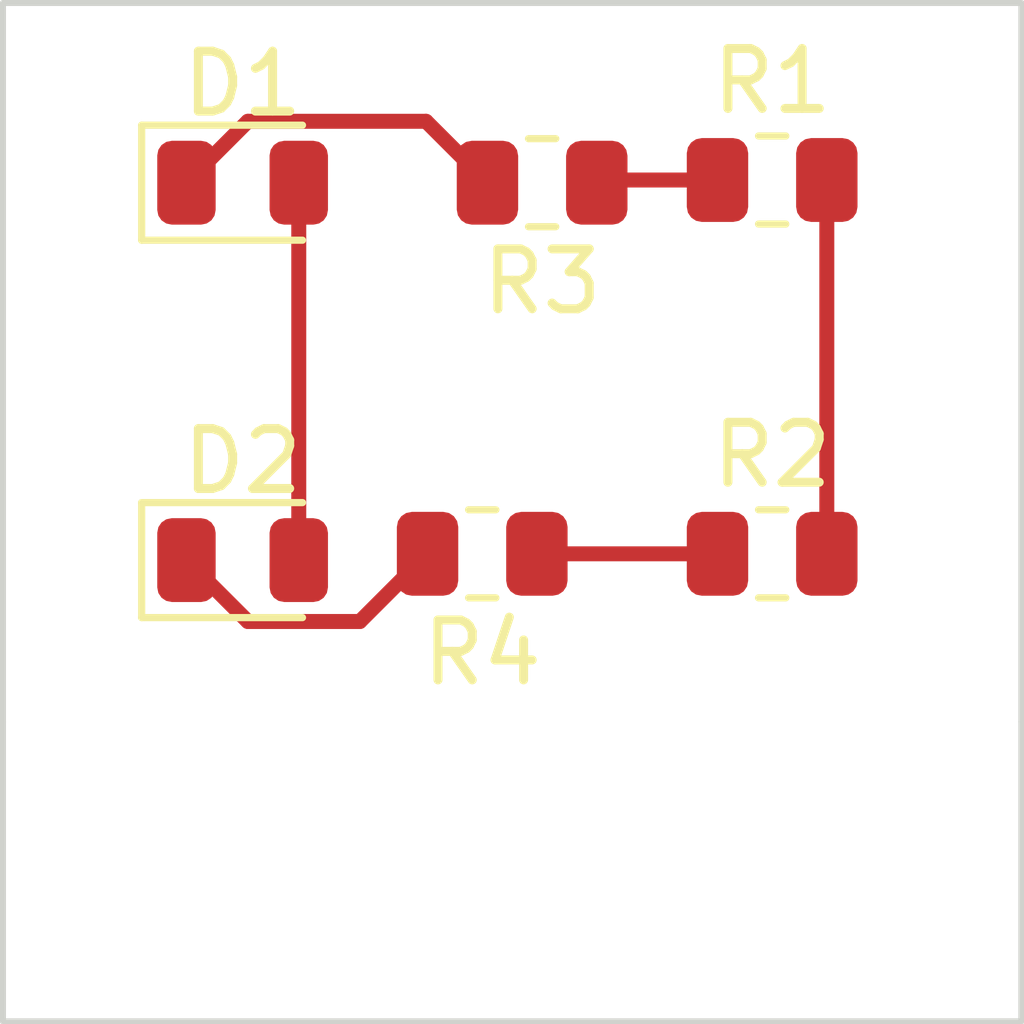
<source format=kicad_pcb>
(kicad_pcb (version 20201220) (generator pcbnew)
  (layers (0 "F.Cu" signal) (31 "B.Cu" signal) (34 "B.Paste" user) (35 "F.Paste" user) (36 "B.SilkS" user "B.Silkscreen") (37 "F.SilkS" user "F.Silkscreen") (38 "B.Mask" user) (39 "F.Mask" user) (44 "Edge.Cuts" user))
  (net 0 "")
  (net 1 "+3V3")
  (net 2 "/test")
  (net 3 "/LED_C")
  (net 4 "ground")
  (net 5 "/curlimit1/foo")
  (net 6 "/curlimit2/foo")
  (footprint "LED_SMD:LED_0805_2012Metric" (layer "F.Cu") (at 160 94.3)
    (fp_text reference "D2" (at 0 -1.65) (layer "F.SilkS"))
    (fp_text value "LED")
    (fp_line (start 1 -0.96) (end -1.685 -0.96) (layer "F.SilkS") (width 0.12))
    (fp_line (start -1.685 0.96) (end 1 0.96) (layer "F.SilkS") (width 0.12))
    (fp_line (start -1.685 -0.96) (end -1.685 0.96) (layer "F.SilkS") (width 0.12))
    (pad "1" smd roundrect (at -0.9375 0) (size 0.975 1.4) (layers "F.Cu" "F.Paste" "F.Mask") (net 3 "/LED_C"))
    (pad "2" smd roundrect (at 0.9375 0) (size 0.975 1.4) (layers "F.Cu" "F.Paste" "F.Mask") (net 1 "+3V3"))
  )
  (footprint "Resistor_SMD:R_0805_2012Metric" (layer "F.Cu") (at 164 94.195 180)
    (fp_text reference "R4" (at 0 -1.65) (layer "F.SilkS"))
    (fp_text value "R")
    (fp_line (start -0.227064 -0.735) (end 0.227064 -0.735) (layer "F.SilkS") (width 0.12))
    (fp_line (start -0.227064 0.735) (end 0.227064 0.735) (layer "F.SilkS") (width 0.12))
    (pad "1" smd roundrect (at -0.9125 0 180) (size 1.025 1.4) (layers "F.Cu" "F.Paste" "F.Mask") (roundrect_rratio 0.243902) (net 6 "/curlimit2/foo"))
    (pad "2" smd roundrect (at 0.9125 0 180) (size 1.025 1.4) (layers "F.Cu" "F.Paste" "F.Mask") (roundrect_rratio 0.243902) (net 3 "/LED_C"))
  )
  (footprint "LED_SMD:LED_0805_2012Metric" (layer "F.Cu") (at 160 88)
    (fp_text reference "D1" (at 0 -1.65) (layer "F.SilkS"))
    (fp_text value "LED")
    (fp_line (start -1.685 0.96) (end 1 0.96) (layer "F.SilkS") (width 0.12))
    (fp_line (start 1 -0.96) (end -1.685 -0.96) (layer "F.SilkS") (width 0.12))
    (fp_line (start -1.685 -0.96) (end -1.685 0.96) (layer "F.SilkS") (width 0.12))
    (pad "1" smd roundrect (at -0.9375 0) (size 0.975 1.4) (layers "F.Cu" "F.Paste" "F.Mask") (net 2 "/test"))
    (pad "2" smd roundrect (at 0.9375 0) (size 0.975 1.4) (layers "F.Cu" "F.Paste" "F.Mask") (net 1 "+3V3"))
  )
  (footprint "Resistor_SMD:R_0805_2012Metric" (layer "F.Cu") (at 165 88 180)
    (fp_text reference "R3" (at 0 -1.65) (layer "F.SilkS"))
    (fp_text value "R")
    (fp_line (start -0.227064 0.735) (end 0.227064 0.735) (layer "F.SilkS") (width 0.12))
    (fp_line (start -0.227064 -0.735) (end 0.227064 -0.735) (layer "F.SilkS") (width 0.12))
    (pad "1" smd roundrect (at -0.9125 0 180) (size 1.025 1.4) (layers "F.Cu" "F.Paste" "F.Mask") (roundrect_rratio 0.243902) (net 5 "/curlimit1/foo"))
    (pad "2" smd roundrect (at 0.9125 0 180) (size 1.025 1.4) (layers "F.Cu" "F.Paste" "F.Mask") (roundrect_rratio 0.243902) (net 2 "/test"))
  )
  (footprint "Resistor_SMD:R_0805_2012Metric" (layer "F.Cu") (at 168.84 94.195)
    (fp_text reference "R2" (at 0 -1.65) (layer "F.SilkS"))
    (fp_text value "R")
    (fp_line (start -0.227064 -0.735) (end 0.227064 -0.735) (layer "F.SilkS") (width 0.12))
    (fp_line (start -0.227064 0.735) (end 0.227064 0.735) (layer "F.SilkS") (width 0.12))
    (pad "1" smd roundrect (at -0.9125 0) (size 1.025 1.4) (layers "F.Cu" "F.Paste" "F.Mask") (roundrect_rratio 0.243902) (net 6 "/curlimit2/foo"))
    (pad "2" smd roundrect (at 0.9125 0) (size 1.025 1.4) (layers "F.Cu" "F.Paste" "F.Mask") (roundrect_rratio 0.243902) (net 4 "ground"))
  )
  (footprint "Resistor_SMD:R_0805_2012Metric" (layer "F.Cu") (at 168.84 87.955)
    (fp_text reference "R1" (at 0 -1.65) (layer "F.SilkS"))
    (fp_text value "R")
    (fp_line (start -0.227064 -0.735) (end 0.227064 -0.735) (layer "F.SilkS") (width 0.12))
    (fp_line (start -0.227064 0.735) (end 0.227064 0.735) (layer "F.SilkS") (width 0.12))
    (pad "1" smd roundrect (at -0.9125 0) (size 1.025 1.4) (layers "F.Cu" "F.Paste" "F.Mask") (roundrect_rratio 0.243902) (net 5 "/curlimit1/foo"))
    (pad "2" smd roundrect (at 0.9125 0) (size 1.025 1.4) (layers "F.Cu" "F.Paste" "F.Mask") (roundrect_rratio 0.243902) (net 4 "ground"))
  )
  (gr_line (start 156 97) (end 156 102) (layer "Edge.Cuts") (width 0.1))
  (gr_line (start 173 102) (end 156 102) (layer "Edge.Cuts") (width 0.1))
  (gr_line (start 156 97) (end 156 85) (layer "Edge.Cuts") (width 0.1))
  (gr_line (start 156 85) (end 173 85) (layer "Edge.Cuts") (width 0.1))
  (gr_line (start 173 97) (end 173 102) (layer "Edge.Cuts") (width 0.1))
  (gr_line (start 173 85) (end 173 97) (layer "Edge.Cuts") (width 0.1))
  (segment (start 160.9375 88) (end 160.9375 94.3) (width 0.25) (layer "F.Cu") (net 1))
  (segment (start 163.06249 86.97499) (end 160.08751 86.97499) (width 0.25) (layer "F.Cu") (net 2))
  (segment (start 164.0875 88) (end 163.06249 86.97499) (width 0.25) (layer "F.Cu") (net 2))
  (segment (start 160.08751 86.97499) (end 159.0625 88) (width 0.25) (layer "F.Cu") (net 2))
  (segment (start 160.08751 95.32501) (end 159.0625 94.3) (width 0.25) (layer "F.Cu") (net 3))
  (segment (start 163.0875 94.195) (end 161.95749 95.32501) (width 0.25) (layer "F.Cu") (net 3))
  (segment (start 161.95749 95.32501) (end 160.08751 95.32501) (width 0.25) (layer "F.Cu") (net 3))
  (segment (start 169.7525 94.195) (end 169.7525 87.955) (width 0.25) (layer "F.Cu") (net 4))
  (segment (start 167.9275 87.955) (end 165.9575 87.955) (width 0.25) (layer "F.Cu") (net 5))
  (segment (start 165.9575 87.955) (end 165.9125 88) (width 0.25) (layer "F.Cu") (net 5))
  (segment (start 164.9125 94.195) (end 167.9275 94.195) (width 0.25) (layer "F.Cu") (net 6))
)
</source>
